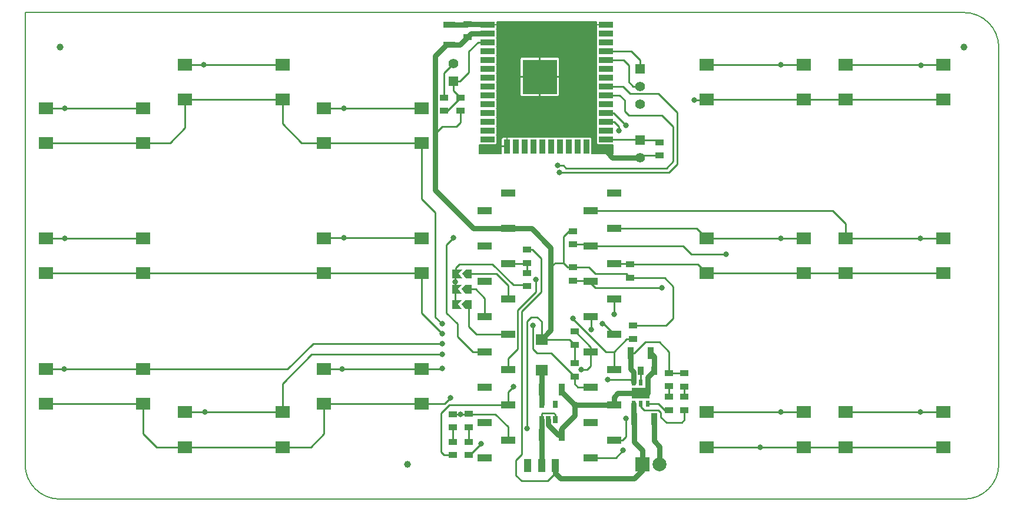
<source format=gtl>
%TF.GenerationSoftware,KiCad,Pcbnew,(5.1.6-0-10_14)*%
%TF.CreationDate,2021-04-08T13:55:21+02:00*%
%TF.ProjectId,gp-controlboard,67702d63-6f6e-4747-926f-6c626f617264,rev?*%
%TF.SameCoordinates,Original*%
%TF.FileFunction,Copper,L1,Top*%
%TF.FilePolarity,Positive*%
%FSLAX46Y46*%
G04 Gerber Fmt 4.6, Leading zero omitted, Abs format (unit mm)*
G04 Created by KiCad (PCBNEW (5.1.6-0-10_14)) date 2021-04-08 13:55:21*
%MOMM*%
%LPD*%
G01*
G04 APERTURE LIST*
%TA.AperFunction,Profile*%
%ADD10C,0.200000*%
%TD*%
%TA.AperFunction,Conductor*%
%ADD11C,1.000000*%
%TD*%
%TA.AperFunction,SMDPad,CuDef*%
%ADD12R,0.900000X1.700000*%
%TD*%
%TA.AperFunction,SMDPad,CuDef*%
%ADD13R,1.300000X0.900000*%
%TD*%
%TA.AperFunction,SMDPad,CuDef*%
%ADD14R,1.700000X0.900000*%
%TD*%
%TA.AperFunction,ComponentPad*%
%ADD15R,2.000000X2.000000*%
%TD*%
%TA.AperFunction,ComponentPad*%
%ADD16C,2.000000*%
%TD*%
%TA.AperFunction,ComponentPad*%
%ADD17C,1.400000*%
%TD*%
%TA.AperFunction,ComponentPad*%
%ADD18R,1.400000X1.400000*%
%TD*%
%TA.AperFunction,SMDPad,CuDef*%
%ADD19R,2.000000X1.000000*%
%TD*%
%TA.AperFunction,SMDPad,CuDef*%
%ADD20R,0.900000X1.300000*%
%TD*%
%TA.AperFunction,SMDPad,CuDef*%
%ADD21R,2.000000X1.800000*%
%TD*%
%TA.AperFunction,SMDPad,CuDef*%
%ADD22R,1.000000X1.900000*%
%TD*%
%TA.AperFunction,SMDPad,CuDef*%
%ADD23R,0.500000X0.900000*%
%TD*%
%TA.AperFunction,SMDPad,CuDef*%
%ADD24R,2.500000X1.600000*%
%TD*%
%TA.AperFunction,SMDPad,CuDef*%
%ADD25R,0.650000X1.060000*%
%TD*%
%TA.AperFunction,SMDPad,CuDef*%
%ADD26R,5.000000X5.000000*%
%TD*%
%TA.AperFunction,SMDPad,CuDef*%
%ADD27R,2.000000X0.900000*%
%TD*%
%TA.AperFunction,SMDPad,CuDef*%
%ADD28R,0.900000X2.000000*%
%TD*%
%TA.AperFunction,SMDPad,CuDef*%
%ADD29R,1.700000X1.600000*%
%TD*%
%TA.AperFunction,SMDPad,CuDef*%
%ADD30C,0.100000*%
%TD*%
%TA.AperFunction,ViaPad*%
%ADD31C,0.800000*%
%TD*%
%TA.AperFunction,ViaPad*%
%ADD32C,1.000000*%
%TD*%
%TA.AperFunction,Conductor*%
%ADD33C,0.250000*%
%TD*%
%TA.AperFunction,Conductor*%
%ADD34C,0.750000*%
%TD*%
%TA.AperFunction,Conductor*%
%ADD35C,0.200000*%
%TD*%
G04 APERTURE END LIST*
D10*
X105000000Y-140000000D02*
G75*
G02*
X100000000Y-135000000I0J5000000D01*
G01*
X240000000Y-135000000D02*
G75*
G02*
X235000000Y-140000000I-5000000J0D01*
G01*
X235000000Y-70000000D02*
G75*
G02*
X240000000Y-75000000I0J-5000000D01*
G01*
X100000000Y-135000000D02*
X100000000Y-70000000D01*
X235000000Y-140000000D02*
X105000000Y-140000000D01*
X240000000Y-75000000D02*
X240000000Y-135000000D01*
X100000000Y-70000000D02*
X235000000Y-70000000D01*
D11*
%TO.N,*%
%TO.C,VAL\u002A\u002A*%
X155000000Y-135000000D03*
%TD*%
%TO.N,*%
%TO.C,VAL\u002A\u002A*%
X235000000Y-75000000D03*
%TD*%
%TO.N,*%
%TO.C,VAL\u002A\u002A*%
X105000000Y-75000000D03*
%TD*%
D12*
%TO.P,C101,1*%
%TO.N,+5V*%
X187050000Y-119000000D03*
%TO.P,C101,2*%
%TO.N,GND*%
X189950000Y-119000000D03*
%TD*%
%TO.P,C102,2*%
%TO.N,GND*%
X190450000Y-128500000D03*
%TO.P,C102,1*%
%TO.N,+VBAT*%
X187550000Y-128500000D03*
%TD*%
%TO.P,C103,2*%
%TO.N,GND*%
X177200000Y-130750000D03*
%TO.P,C103,1*%
%TO.N,Net-(C103-Pad1)*%
X174300000Y-130750000D03*
%TD*%
%TO.P,C104,1*%
%TO.N,Net-(C104-Pad1)*%
X174300000Y-124250000D03*
%TO.P,C104,2*%
%TO.N,GND*%
X177200000Y-124250000D03*
%TD*%
D13*
%TO.P,C105,2*%
%TO.N,/ESP_ENABLE*%
X160200000Y-84150000D03*
%TO.P,C105,1*%
%TO.N,GND*%
X160200000Y-82250000D03*
%TD*%
D14*
%TO.P,C106,1*%
%TO.N,GND*%
X161000000Y-71750000D03*
%TO.P,C106,2*%
%TO.N,+3.3V*%
X161000000Y-74650000D03*
%TD*%
D13*
%TO.P,C107,1*%
%TO.N,+3.3V*%
X163600000Y-73550000D03*
%TO.P,C107,2*%
%TO.N,GND*%
X163600000Y-71650000D03*
%TD*%
%TO.P,C108,1*%
%TO.N,GND*%
X191200000Y-90550000D03*
%TO.P,C108,2*%
%TO.N,/ESP_BOOT*%
X191200000Y-88650000D03*
%TD*%
%TO.P,DL101,2*%
%TO.N,Net-(DL101-Pad2)*%
X161500000Y-131750000D03*
%TO.P,DL101,1*%
%TO.N,+5V*%
X161500000Y-133650000D03*
%TD*%
%TO.P,DL102,1*%
%TO.N,Net-(DL102-Pad1)*%
X194800000Y-125300000D03*
%TO.P,DL102,2*%
%TO.N,Net-(DL102-Pad2)*%
X194800000Y-127200000D03*
%TD*%
%TO.P,DL103,2*%
%TO.N,Net-(DL103-Pad2)*%
X192600000Y-127200000D03*
%TO.P,DL103,1*%
%TO.N,Net-(DL103-Pad1)*%
X192600000Y-125300000D03*
%TD*%
%TO.P,DL104,1*%
%TO.N,+3.3V*%
X163750000Y-133650000D03*
%TO.P,DL104,2*%
%TO.N,Net-(DL104-Pad2)*%
X163750000Y-131750000D03*
%TD*%
D15*
%TO.P,P101,1*%
%TO.N,+VBAT*%
X188750000Y-135000000D03*
D16*
%TO.P,P101,2*%
%TO.N,GND*%
X191250000Y-135000000D03*
%TD*%
D17*
%TO.P,P102,2*%
%TO.N,GND*%
X161600000Y-77330000D03*
D18*
%TO.P,P102,1*%
%TO.N,/ESP_ENABLE*%
X161600000Y-79870000D03*
%TD*%
D19*
%TO.P,P103,16*%
%TO.N,Net-(P103-Pad16)*%
X184660000Y-95950000D03*
%TO.P,P103,14*%
%TO.N,/POWER_C1*%
X184660000Y-101030000D03*
%TO.P,P103,12*%
%TO.N,/POWER_R2*%
X184660000Y-106110000D03*
%TO.P,P103,10*%
%TO.N,/DIRECTION_C3*%
X184660000Y-111190000D03*
%TO.P,P103,2*%
%TO.N,/UART_CMD_RX*%
X184660000Y-131510000D03*
%TO.P,P103,4*%
%TO.N,GND*%
X184660000Y-126430000D03*
%TO.P,P103,6*%
%TO.N,/DIRECTION_R2*%
X184660000Y-121350000D03*
%TO.P,P103,1*%
%TO.N,/UART_CMD_TX*%
X181350000Y-134050000D03*
%TO.P,P103,3*%
%TO.N,Net-(P103-Pad3)*%
X181350000Y-128970000D03*
%TO.P,P103,5*%
%TO.N,/DIRECTION_R1*%
X181350000Y-123890000D03*
%TO.P,P103,7*%
%TO.N,/DIRECTION_R3*%
X181350000Y-118810000D03*
%TO.P,P103,15*%
%TO.N,/POWER_C2*%
X181350000Y-98490000D03*
%TO.P,P103,13*%
%TO.N,/POWER_R3*%
X181350000Y-103570000D03*
%TO.P,P103,11*%
%TO.N,/POWER_R1*%
X181350000Y-108650000D03*
%TO.P,P103,9*%
%TO.N,/DIRECTION_C2*%
X181350000Y-113730000D03*
%TO.P,P103,8*%
%TO.N,/DIRECTION_C1*%
X184660000Y-116270000D03*
%TD*%
%TO.P,P104,8*%
%TO.N,/ADDR_0*%
X169420000Y-116270000D03*
%TO.P,P104,9*%
%TO.N,/ADDR_1*%
X166110000Y-113730000D03*
%TO.P,P104,11*%
%TO.N,Net-(P104-Pad11)*%
X166110000Y-108650000D03*
%TO.P,P104,13*%
%TO.N,Net-(P104-Pad13)*%
X166110000Y-103570000D03*
%TO.P,P104,15*%
%TO.N,Net-(P104-Pad15)*%
X166110000Y-98490000D03*
%TO.P,P104,7*%
%TO.N,/ESP2MCU_02*%
X166110000Y-118810000D03*
%TO.P,P104,5*%
%TO.N,Net-(P104-Pad5)*%
X166110000Y-123890000D03*
%TO.P,P104,3*%
%TO.N,Net-(P104-Pad3)*%
X166110000Y-128970000D03*
%TO.P,P104,1*%
%TO.N,Net-(P104-Pad1)*%
X166110000Y-134050000D03*
%TO.P,P104,6*%
%TO.N,/ESP2MCU_01*%
X169420000Y-121350000D03*
%TO.P,P104,4*%
%TO.N,+5V*%
X169420000Y-126430000D03*
%TO.P,P104,2*%
%TO.N,GND*%
X169420000Y-131510000D03*
%TO.P,P104,10*%
%TO.N,/ADDR_2*%
X169420000Y-111190000D03*
%TO.P,P104,12*%
%TO.N,/ADC_BAT_STATUS*%
X169420000Y-106110000D03*
%TO.P,P104,14*%
%TO.N,+3.3V*%
X169420000Y-101030000D03*
%TO.P,P104,16*%
%TO.N,Net-(P104-Pad16)*%
X169420000Y-95950000D03*
%TD*%
D17*
%TO.P,P105,2*%
%TO.N,/ESP_PROG_RX*%
X188400000Y-80600000D03*
D18*
%TO.P,P105,1*%
%TO.N,/ESP_PROG_TX*%
X188400000Y-78060000D03*
D17*
%TO.P,P105,3*%
%TO.N,GND*%
X188400000Y-83140000D03*
%TD*%
D18*
%TO.P,P106,1*%
%TO.N,/ESP_BOOT*%
X188400000Y-88330000D03*
D17*
%TO.P,P106,2*%
%TO.N,GND*%
X188400000Y-90870000D03*
%TD*%
D13*
%TO.P,R101,1*%
%TO.N,GND*%
X161500000Y-127800000D03*
%TO.P,R101,2*%
%TO.N,Net-(DL101-Pad2)*%
X161500000Y-129700000D03*
%TD*%
%TO.P,R102,1*%
%TO.N,+5V*%
X194800000Y-121900000D03*
%TO.P,R102,2*%
%TO.N,Net-(DL102-Pad1)*%
X194800000Y-123800000D03*
%TD*%
%TO.P,R103,2*%
%TO.N,Net-(DL103-Pad1)*%
X192600000Y-123750000D03*
%TO.P,R103,1*%
%TO.N,+5V*%
X192600000Y-121850000D03*
%TD*%
D20*
%TO.P,R104,1*%
%TO.N,Net-(R104-Pad1)*%
X188550000Y-121500000D03*
%TO.P,R104,2*%
%TO.N,GND*%
X190450000Y-121500000D03*
%TD*%
D13*
%TO.P,R105,2*%
%TO.N,Net-(DL104-Pad2)*%
X163750000Y-129650000D03*
%TO.P,R105,1*%
%TO.N,GND*%
X163750000Y-127750000D03*
%TD*%
%TO.P,R106,2*%
%TO.N,/ESP_ENABLE*%
X162600000Y-82250000D03*
%TO.P,R106,1*%
%TO.N,+3.3V*%
X162600000Y-84150000D03*
%TD*%
%TO.P,R107,1*%
%TO.N,/ADC_BAT_STATUS*%
X172200000Y-106000000D03*
%TO.P,R107,2*%
%TO.N,+VBAT*%
X172200000Y-104100000D03*
%TD*%
%TO.P,R108,2*%
%TO.N,/ADC_BAT_STATUS*%
X172200000Y-107450000D03*
%TO.P,R108,1*%
%TO.N,GND*%
X172200000Y-109350000D03*
%TD*%
D21*
%TO.P,SW101,1*%
%TO.N,/DIRECTION_C1*%
X103000000Y-83750000D03*
%TO.P,SW101,3*%
%TO.N,/DIRECTION_R1*%
X103000000Y-88750000D03*
%TO.P,SW101,2*%
%TO.N,/DIRECTION_C1*%
X117000000Y-83750000D03*
%TO.P,SW101,4*%
%TO.N,/DIRECTION_R1*%
X117000000Y-88750000D03*
%TD*%
%TO.P,SW102,4*%
%TO.N,/DIRECTION_R2*%
X117000000Y-107500000D03*
%TO.P,SW102,2*%
%TO.N,/DIRECTION_C1*%
X117000000Y-102500000D03*
%TO.P,SW102,3*%
%TO.N,/DIRECTION_R2*%
X103000000Y-107500000D03*
%TO.P,SW102,1*%
%TO.N,/DIRECTION_C1*%
X103000000Y-102500000D03*
%TD*%
%TO.P,SW103,1*%
%TO.N,/DIRECTION_C1*%
X103000000Y-121250000D03*
%TO.P,SW103,3*%
%TO.N,/DIRECTION_R3*%
X103000000Y-126250000D03*
%TO.P,SW103,2*%
%TO.N,/DIRECTION_C1*%
X117000000Y-121250000D03*
%TO.P,SW103,4*%
%TO.N,/DIRECTION_R3*%
X117000000Y-126250000D03*
%TD*%
%TO.P,SW104,4*%
%TO.N,/DIRECTION_R1*%
X137000000Y-82500000D03*
%TO.P,SW104,2*%
%TO.N,/DIRECTION_C2*%
X137000000Y-77500000D03*
%TO.P,SW104,3*%
%TO.N,/DIRECTION_R1*%
X123000000Y-82500000D03*
%TO.P,SW104,1*%
%TO.N,/DIRECTION_C2*%
X123000000Y-77500000D03*
%TD*%
%TO.P,SW105,1*%
%TO.N,/DIRECTION_C2*%
X123000000Y-127500000D03*
%TO.P,SW105,3*%
%TO.N,/DIRECTION_R3*%
X123000000Y-132500000D03*
%TO.P,SW105,2*%
%TO.N,/DIRECTION_C2*%
X137000000Y-127500000D03*
%TO.P,SW105,4*%
%TO.N,/DIRECTION_R3*%
X137000000Y-132500000D03*
%TD*%
%TO.P,SW106,4*%
%TO.N,/DIRECTION_R1*%
X157000000Y-88750000D03*
%TO.P,SW106,2*%
%TO.N,/DIRECTION_C3*%
X157000000Y-83750000D03*
%TO.P,SW106,3*%
%TO.N,/DIRECTION_R1*%
X143000000Y-88750000D03*
%TO.P,SW106,1*%
%TO.N,/DIRECTION_C3*%
X143000000Y-83750000D03*
%TD*%
%TO.P,SW107,1*%
%TO.N,/DIRECTION_C3*%
X143000000Y-102500000D03*
%TO.P,SW107,3*%
%TO.N,/DIRECTION_R2*%
X143000000Y-107500000D03*
%TO.P,SW107,2*%
%TO.N,/DIRECTION_C3*%
X157000000Y-102500000D03*
%TO.P,SW107,4*%
%TO.N,/DIRECTION_R2*%
X157000000Y-107500000D03*
%TD*%
%TO.P,SW108,4*%
%TO.N,/DIRECTION_R3*%
X157000000Y-126250000D03*
%TO.P,SW108,2*%
%TO.N,/DIRECTION_C3*%
X157000000Y-121250000D03*
%TO.P,SW108,3*%
%TO.N,/DIRECTION_R3*%
X143000000Y-126250000D03*
%TO.P,SW108,1*%
%TO.N,/DIRECTION_C3*%
X143000000Y-121250000D03*
%TD*%
%TO.P,SW109,1*%
%TO.N,/POWER_C1*%
X198000000Y-77500000D03*
%TO.P,SW109,3*%
%TO.N,/POWER_R1*%
X198000000Y-82500000D03*
%TO.P,SW109,2*%
%TO.N,/POWER_C1*%
X212000000Y-77500000D03*
%TO.P,SW109,4*%
%TO.N,/POWER_R1*%
X212000000Y-82500000D03*
%TD*%
%TO.P,SW110,4*%
%TO.N,/POWER_R2*%
X212000000Y-107500000D03*
%TO.P,SW110,2*%
%TO.N,/POWER_C1*%
X212000000Y-102500000D03*
%TO.P,SW110,3*%
%TO.N,/POWER_R2*%
X198000000Y-107500000D03*
%TO.P,SW110,1*%
%TO.N,/POWER_C1*%
X198000000Y-102500000D03*
%TD*%
%TO.P,SW111,4*%
%TO.N,/POWER_R3*%
X212000000Y-132500000D03*
%TO.P,SW111,2*%
%TO.N,/POWER_C1*%
X212000000Y-127500000D03*
%TO.P,SW111,3*%
%TO.N,/POWER_R3*%
X198000000Y-132500000D03*
%TO.P,SW111,1*%
%TO.N,/POWER_C1*%
X198000000Y-127500000D03*
%TD*%
D22*
%TO.P,SW112,3*%
%TO.N,+VBAT*%
X176250000Y-135200000D03*
%TO.P,SW112,2*%
%TO.N,Net-(C103-Pad1)*%
X174250000Y-135200000D03*
%TO.P,SW112,1*%
%TO.N,Net-(SW112-Pad1)*%
X172250000Y-135200000D03*
%TD*%
D21*
%TO.P,SW113,1*%
%TO.N,/POWER_C2*%
X218000000Y-77500000D03*
%TO.P,SW113,3*%
%TO.N,/POWER_R1*%
X218000000Y-82500000D03*
%TO.P,SW113,2*%
%TO.N,/POWER_C2*%
X232000000Y-77500000D03*
%TO.P,SW113,4*%
%TO.N,/POWER_R1*%
X232000000Y-82500000D03*
%TD*%
%TO.P,SW114,4*%
%TO.N,/POWER_R2*%
X232000000Y-107500000D03*
%TO.P,SW114,2*%
%TO.N,/POWER_C2*%
X232000000Y-102500000D03*
%TO.P,SW114,3*%
%TO.N,/POWER_R2*%
X218000000Y-107500000D03*
%TO.P,SW114,1*%
%TO.N,/POWER_C2*%
X218000000Y-102500000D03*
%TD*%
%TO.P,SW115,1*%
%TO.N,/POWER_C2*%
X218000000Y-127500000D03*
%TO.P,SW115,3*%
%TO.N,/POWER_R3*%
X218000000Y-132500000D03*
%TO.P,SW115,2*%
%TO.N,/POWER_C2*%
X232000000Y-127500000D03*
%TO.P,SW115,4*%
%TO.N,/POWER_R3*%
X232000000Y-132500000D03*
%TD*%
D23*
%TO.P,U101,1*%
%TO.N,+VBAT*%
X187500000Y-126250000D03*
%TO.P,U101,2*%
%TO.N,Net-(DL102-Pad2)*%
X188500000Y-126250000D03*
%TO.P,U101,3*%
%TO.N,Net-(DL103-Pad2)*%
X189500000Y-126250000D03*
%TO.P,U101,4*%
%TO.N,GND*%
X189500000Y-123250000D03*
%TO.P,U101,5*%
%TO.N,Net-(R104-Pad1)*%
X188500000Y-123250000D03*
%TO.P,U101,6*%
%TO.N,+5V*%
X187500000Y-123250000D03*
D24*
%TO.P,U101,7*%
%TO.N,GND*%
X188500000Y-124750000D03*
%TD*%
D25*
%TO.P,U102,1*%
%TO.N,Net-(C103-Pad1)*%
X174300000Y-128600000D03*
%TO.P,U102,2*%
%TO.N,GND*%
X175250000Y-128600000D03*
%TO.P,U102,3*%
%TO.N,Net-(C103-Pad1)*%
X176200000Y-128600000D03*
%TO.P,U102,4*%
%TO.N,Net-(U102-Pad4)*%
X176200000Y-126400000D03*
%TO.P,U102,5*%
%TO.N,Net-(C104-Pad1)*%
X174300000Y-126400000D03*
%TD*%
D26*
%TO.P,U103,39*%
%TO.N,GND*%
X174000000Y-79245000D03*
D27*
%TO.P,U103,1*%
X166500000Y-71745000D03*
%TO.P,U103,2*%
%TO.N,+3.3V*%
X166500000Y-73015000D03*
%TO.P,U103,3*%
%TO.N,/ESP_ENABLE*%
X166500000Y-74285000D03*
%TO.P,U103,4*%
%TO.N,Net-(U103-Pad4)*%
X166500000Y-75555000D03*
%TO.P,U103,5*%
%TO.N,Net-(U103-Pad5)*%
X166500000Y-76825000D03*
%TO.P,U103,6*%
%TO.N,Net-(U103-Pad6)*%
X166500000Y-78095000D03*
%TO.P,U103,7*%
%TO.N,Net-(U103-Pad7)*%
X166500000Y-79365000D03*
%TO.P,U103,8*%
%TO.N,Net-(U103-Pad8)*%
X166500000Y-80635000D03*
%TO.P,U103,9*%
%TO.N,Net-(U103-Pad9)*%
X166500000Y-81905000D03*
%TO.P,U103,10*%
%TO.N,Net-(U103-Pad10)*%
X166500000Y-83175000D03*
%TO.P,U103,11*%
%TO.N,Net-(U103-Pad11)*%
X166500000Y-84445000D03*
%TO.P,U103,12*%
%TO.N,Net-(U103-Pad12)*%
X166500000Y-85715000D03*
%TO.P,U103,13*%
%TO.N,Net-(U103-Pad13)*%
X166500000Y-86985000D03*
%TO.P,U103,14*%
%TO.N,Net-(U103-Pad14)*%
X166500000Y-88255000D03*
D28*
%TO.P,U103,15*%
%TO.N,GND*%
X169285000Y-89255000D03*
%TO.P,U103,16*%
%TO.N,Net-(U103-Pad16)*%
X170555000Y-89255000D03*
%TO.P,U103,17*%
%TO.N,Net-(U103-Pad17)*%
X171825000Y-89255000D03*
%TO.P,U103,18*%
%TO.N,Net-(U103-Pad18)*%
X173095000Y-89255000D03*
%TO.P,U103,19*%
%TO.N,Net-(U103-Pad19)*%
X174365000Y-89255000D03*
%TO.P,U103,20*%
%TO.N,Net-(U103-Pad20)*%
X175635000Y-89255000D03*
%TO.P,U103,21*%
%TO.N,Net-(U103-Pad21)*%
X176905000Y-89255000D03*
%TO.P,U103,22*%
%TO.N,Net-(U103-Pad22)*%
X178175000Y-89255000D03*
%TO.P,U103,23*%
%TO.N,Net-(U103-Pad23)*%
X179445000Y-89255000D03*
%TO.P,U103,24*%
%TO.N,Net-(U103-Pad24)*%
X180715000Y-89255000D03*
D27*
%TO.P,U103,25*%
%TO.N,/ESP_BOOT*%
X183500000Y-88255000D03*
%TO.P,U103,26*%
%TO.N,Net-(U103-Pad26)*%
X183500000Y-86985000D03*
%TO.P,U103,27*%
%TO.N,/UART_CMD_TX*%
X183500000Y-85715000D03*
%TO.P,U103,28*%
%TO.N,/UART_CMD_RX*%
X183500000Y-84445000D03*
%TO.P,U103,29*%
%TO.N,Net-(U103-Pad29)*%
X183500000Y-83175000D03*
%TO.P,U103,30*%
%TO.N,/ESP2MCU_02*%
X183500000Y-81905000D03*
%TO.P,U103,31*%
%TO.N,/ESP2MCU_01*%
X183500000Y-80635000D03*
%TO.P,U103,32*%
%TO.N,Net-(U103-Pad32)*%
X183500000Y-79365000D03*
%TO.P,U103,33*%
%TO.N,Net-(U103-Pad33)*%
X183500000Y-78095000D03*
%TO.P,U103,34*%
%TO.N,/ESP_PROG_RX*%
X183500000Y-76825000D03*
%TO.P,U103,35*%
%TO.N,/ESP_PROG_TX*%
X183500000Y-75555000D03*
%TO.P,U103,36*%
%TO.N,Net-(U103-Pad36)*%
X183500000Y-74285000D03*
%TO.P,U103,37*%
%TO.N,Net-(U103-Pad37)*%
X183500000Y-73015000D03*
%TO.P,U103,38*%
%TO.N,GND*%
X183500000Y-71745000D03*
%TD*%
D29*
%TO.P,D101,2*%
%TO.N,Net-(C104-Pad1)*%
X174250000Y-121450000D03*
%TO.P,D101,1*%
%TO.N,+3.3V*%
X174250000Y-117050000D03*
%TD*%
D13*
%TO.P,R109,2*%
%TO.N,/DIRECTION_R1*%
X179000000Y-122350000D03*
%TO.P,R109,1*%
%TO.N,+3.3V*%
X179000000Y-120450000D03*
%TD*%
%TO.P,R110,1*%
%TO.N,+3.3V*%
X187400000Y-115050000D03*
%TO.P,R110,2*%
%TO.N,/DIRECTION_R2*%
X187400000Y-116950000D03*
%TD*%
%TO.P,R111,2*%
%TO.N,/DIRECTION_R3*%
X179000000Y-115900000D03*
%TO.P,R111,1*%
%TO.N,+3.3V*%
X179000000Y-117800000D03*
%TD*%
%TO.P,R112,1*%
%TO.N,+3.3V*%
X178800000Y-106650000D03*
%TO.P,R112,2*%
%TO.N,/POWER_R1*%
X178800000Y-108550000D03*
%TD*%
%TO.P,R113,2*%
%TO.N,/POWER_R2*%
X187000000Y-106250000D03*
%TO.P,R113,1*%
%TO.N,+3.3V*%
X187000000Y-108150000D03*
%TD*%
%TO.P,R114,1*%
%TO.N,+3.3V*%
X178800000Y-101450000D03*
%TO.P,R114,2*%
%TO.N,/POWER_R3*%
X178800000Y-103350000D03*
%TD*%
%TA.AperFunction,SMDPad,CuDef*%
D30*
%TO.P,J101,1*%
%TO.N,GND*%
G36*
X162300000Y-112000000D02*
G01*
X162800000Y-112650000D01*
X161400000Y-112650000D01*
X161400000Y-111350000D01*
X162800000Y-111350000D01*
X162300000Y-112000000D01*
G37*
%TD.AperFunction*%
%TA.AperFunction,SMDPad,CuDef*%
%TO.P,J101,2*%
%TO.N,/ADDR_0*%
G36*
X164200000Y-112650000D02*
G01*
X163300000Y-112650000D01*
X162800000Y-112000000D01*
X163300000Y-111350000D01*
X164200000Y-111350000D01*
X164200000Y-112650000D01*
G37*
%TD.AperFunction*%
%TD*%
%TA.AperFunction,SMDPad,CuDef*%
%TO.P,J102,2*%
%TO.N,/ADDR_1*%
G36*
X164200000Y-110450000D02*
G01*
X163300000Y-110450000D01*
X162800000Y-109800000D01*
X163300000Y-109150000D01*
X164200000Y-109150000D01*
X164200000Y-110450000D01*
G37*
%TD.AperFunction*%
%TA.AperFunction,SMDPad,CuDef*%
%TO.P,J102,1*%
%TO.N,GND*%
G36*
X162300000Y-109800000D02*
G01*
X162800000Y-110450000D01*
X161400000Y-110450000D01*
X161400000Y-109150000D01*
X162800000Y-109150000D01*
X162300000Y-109800000D01*
G37*
%TD.AperFunction*%
%TD*%
%TA.AperFunction,SMDPad,CuDef*%
%TO.P,J103,1*%
%TO.N,GND*%
G36*
X162350000Y-107600000D02*
G01*
X162850000Y-108250000D01*
X161450000Y-108250000D01*
X161450000Y-106950000D01*
X162850000Y-106950000D01*
X162350000Y-107600000D01*
G37*
%TD.AperFunction*%
%TA.AperFunction,SMDPad,CuDef*%
%TO.P,J103,2*%
%TO.N,/ADDR_2*%
G36*
X164250000Y-108250000D02*
G01*
X163350000Y-108250000D01*
X162850000Y-107600000D01*
X163350000Y-106950000D01*
X164250000Y-106950000D01*
X164250000Y-108250000D01*
G37*
%TD.AperFunction*%
%TD*%
D31*
%TO.N,+5V*%
X170200000Y-123800000D03*
X183800000Y-122800000D03*
%TO.N,GND*%
X189500000Y-124750000D03*
X162600000Y-127800000D03*
X161850000Y-108750000D03*
X169000000Y-72000000D03*
X171000000Y-72000000D03*
X173000000Y-72000000D03*
X175000000Y-72000000D03*
X177000000Y-72000000D03*
X179000000Y-72000000D03*
X181000000Y-72000000D03*
X187750000Y-124750000D03*
D32*
X179070000Y-126430000D03*
D31*
X174000000Y-76050000D03*
X177200000Y-79250000D03*
X174000000Y-82550000D03*
X170800000Y-79250000D03*
X170800000Y-76100000D03*
X177150000Y-76100000D03*
X177200000Y-82550000D03*
X170800000Y-82550000D03*
%TO.N,+3.3V*%
X172200000Y-129800000D03*
X165600000Y-132000000D03*
%TO.N,/DIRECTION_C1*%
X105750000Y-83750000D03*
X105700000Y-102500000D03*
X105650000Y-121250000D03*
X160000000Y-117600000D03*
X183000000Y-114800000D03*
%TO.N,/DIRECTION_R1*%
X160000000Y-114800000D03*
X173000000Y-115000000D03*
%TO.N,/DIRECTION_R2*%
X160000000Y-116200000D03*
X178800000Y-114000000D03*
%TO.N,/DIRECTION_R3*%
X161200000Y-125400000D03*
X179981664Y-121399999D03*
%TO.N,/DIRECTION_C2*%
X125900000Y-127500000D03*
X125700000Y-77500000D03*
X160000000Y-119200000D03*
X181400000Y-115600000D03*
%TO.N,/DIRECTION_C3*%
X145800000Y-83800000D03*
X145800000Y-102400000D03*
X145550000Y-121250000D03*
X160000000Y-121200000D03*
X184675000Y-113400000D03*
%TO.N,/POWER_C1*%
X208700000Y-77500000D03*
X208700000Y-102500000D03*
X208700000Y-127500000D03*
%TO.N,/POWER_R1*%
X196200000Y-82600000D03*
X191600000Y-109600000D03*
%TO.N,/POWER_R3*%
X205700000Y-132500000D03*
X200800000Y-104800000D03*
%TO.N,/POWER_C2*%
X228800000Y-77600000D03*
X228700000Y-102500000D03*
X228700000Y-127500000D03*
%TO.N,/UART_CMD_TX*%
X186000000Y-133000000D03*
X185400000Y-87000000D03*
%TO.N,/UART_CMD_RX*%
X186400000Y-86200000D03*
X186400000Y-128400000D03*
%TO.N,/ESP2MCU_02*%
X161600000Y-102400000D03*
X176600000Y-92000000D03*
%TO.N,/ESP2MCU_01*%
X173400000Y-108400000D03*
X176800000Y-93000000D03*
%TD*%
D33*
%TO.N,+5V*%
X194750000Y-121850000D02*
X194800000Y-121900000D01*
X192600000Y-121850000D02*
X194750000Y-121850000D01*
D34*
X187500000Y-121700000D02*
X187050000Y-121250000D01*
X187500000Y-123250000D02*
X187500000Y-121700000D01*
X187050000Y-119000000D02*
X187050000Y-121250000D01*
D33*
X187050000Y-119000000D02*
X187600000Y-119000000D01*
X187600000Y-119000000D02*
X189200000Y-117400000D01*
X189200000Y-117400000D02*
X191200000Y-117400000D01*
X192600000Y-118800000D02*
X192600000Y-121850000D01*
X191200000Y-117400000D02*
X192600000Y-118800000D01*
X160250000Y-133650000D02*
X161500000Y-133650000D01*
X159800000Y-133200000D02*
X160250000Y-133650000D01*
X160970000Y-126430000D02*
X159800000Y-127600000D01*
X164770000Y-126430000D02*
X160970000Y-126430000D01*
X159800000Y-127600000D02*
X159800000Y-133200000D01*
X169420000Y-126430000D02*
X164770000Y-126430000D01*
X164770000Y-126430000D02*
X164170000Y-126430000D01*
X169420000Y-124580000D02*
X170200000Y-123800000D01*
X169420000Y-126430000D02*
X169420000Y-124580000D01*
X187050000Y-122800000D02*
X187500000Y-123250000D01*
X183800000Y-122800000D02*
X187050000Y-122800000D01*
D34*
%TO.N,GND*%
X190450000Y-128500000D02*
X190450000Y-131650000D01*
X191250000Y-132450000D02*
X191250000Y-135000000D01*
X190450000Y-131650000D02*
X191250000Y-132450000D01*
X189500000Y-122450000D02*
X190450000Y-121500000D01*
X189500000Y-123250000D02*
X189500000Y-122450000D01*
X190450000Y-119500000D02*
X189950000Y-119000000D01*
X190450000Y-121500000D02*
X190450000Y-119500000D01*
X176635002Y-130750000D02*
X177200000Y-130750000D01*
X175250000Y-129364998D02*
X176635002Y-130750000D01*
X175250000Y-128600000D02*
X175250000Y-129364998D01*
X177200000Y-124250000D02*
X177200000Y-124600000D01*
X177200000Y-124600000D02*
X178200000Y-125600000D01*
X177200000Y-129800000D02*
X177200000Y-130750000D01*
X178200000Y-128800000D02*
X177200000Y-129800000D01*
X188500000Y-124750000D02*
X187750000Y-124750000D01*
X184660000Y-125340000D02*
X184660000Y-126430000D01*
X185250000Y-124750000D02*
X184660000Y-125340000D01*
X163500000Y-71750000D02*
X163600000Y-71650000D01*
X161000000Y-71750000D02*
X163500000Y-71750000D01*
X166405000Y-71650000D02*
X166500000Y-71745000D01*
X163600000Y-71650000D02*
X166405000Y-71650000D01*
D33*
X188720000Y-90550000D02*
X188400000Y-90870000D01*
X191200000Y-90550000D02*
X188720000Y-90550000D01*
X160200000Y-78730000D02*
X161600000Y-77330000D01*
X160200000Y-82250000D02*
X160200000Y-78730000D01*
D34*
X188400000Y-90870000D02*
X184470000Y-90870000D01*
X184470000Y-90870000D02*
X183400000Y-89800000D01*
D33*
X163700000Y-127800000D02*
X163750000Y-127750000D01*
X161500000Y-127800000D02*
X162600000Y-127800000D01*
X163750000Y-127750000D02*
X163850000Y-127750000D01*
X164400000Y-127800000D02*
X167600000Y-127800000D01*
X169420000Y-129620000D02*
X169420000Y-131510000D01*
X167600000Y-127800000D02*
X169420000Y-129620000D01*
D34*
X184660000Y-126430000D02*
X180570000Y-126430000D01*
D33*
X161850000Y-112000000D02*
X161850000Y-109800000D01*
X161850000Y-107650000D02*
X161900000Y-107600000D01*
X161850000Y-109800000D02*
X161850000Y-108750000D01*
X170200000Y-109200000D02*
X172050000Y-109200000D01*
X162400000Y-106200000D02*
X167200000Y-106200000D01*
X161900000Y-106700000D02*
X162400000Y-106200000D01*
X172050000Y-109200000D02*
X172200000Y-109350000D01*
X167200000Y-106200000D02*
X170200000Y-109200000D01*
X161900000Y-107600000D02*
X161900000Y-106700000D01*
D34*
X179030000Y-126430000D02*
X179070000Y-126430000D01*
X177200000Y-124600000D02*
X179030000Y-126430000D01*
X179030000Y-127970000D02*
X177200000Y-129800000D01*
X179030000Y-126430000D02*
X179030000Y-127970000D01*
D33*
X162600000Y-127800000D02*
X163700000Y-127800000D01*
X161850000Y-108750000D02*
X161850000Y-107650000D01*
D34*
X187750000Y-124750000D02*
X185250000Y-124750000D01*
X189500000Y-123250000D02*
X189500000Y-124750000D01*
X179070000Y-126430000D02*
X184660000Y-126430000D01*
%TO.N,+VBAT*%
X176250000Y-135200000D02*
X176250000Y-136250000D01*
X176250000Y-136250000D02*
X177000000Y-137000000D01*
X188750000Y-135854998D02*
X188750000Y-135000000D01*
X187604999Y-136999999D02*
X188750000Y-135854998D01*
X177000000Y-137000000D02*
X187604999Y-136999999D01*
X188750000Y-132950000D02*
X188750000Y-135000000D01*
X187550000Y-131750000D02*
X188750000Y-132950000D01*
X187550000Y-128500000D02*
X187550000Y-131750000D01*
X187500000Y-128450000D02*
X187550000Y-128500000D01*
X187500000Y-126250000D02*
X187500000Y-128450000D01*
D33*
X175100000Y-137400000D02*
X176250000Y-136250000D01*
X170600000Y-134400000D02*
X170600000Y-136600000D01*
X171400000Y-113000000D02*
X171400000Y-133600000D01*
X171400000Y-133600000D02*
X170600000Y-134400000D01*
X174200000Y-105400000D02*
X174200000Y-110200000D01*
X170600000Y-136600000D02*
X171400000Y-137400000D01*
X174200000Y-110200000D02*
X171400000Y-113000000D01*
X171400000Y-137400000D02*
X175100000Y-137400000D01*
X172900000Y-104100000D02*
X174200000Y-105400000D01*
X172200000Y-104100000D02*
X172900000Y-104100000D01*
D34*
%TO.N,Net-(C103-Pad1)*%
X174300000Y-128600000D02*
X174300000Y-130750000D01*
X174300000Y-135150000D02*
X174250000Y-135200000D01*
X174300000Y-130750000D02*
X174300000Y-135150000D01*
D33*
X175980000Y-127600000D02*
X176200000Y-127820000D01*
X176200000Y-127820000D02*
X176200000Y-128600000D01*
X175980000Y-127600000D02*
X174400000Y-127600000D01*
X174300000Y-127700000D02*
X174300000Y-128600000D01*
X174400000Y-127600000D02*
X174300000Y-127700000D01*
D34*
%TO.N,Net-(C104-Pad1)*%
X174300000Y-124250000D02*
X174300000Y-126400000D01*
X174250000Y-124200000D02*
X174300000Y-124250000D01*
X174250000Y-121450000D02*
X174250000Y-124200000D01*
D33*
%TO.N,/ESP_ENABLE*%
X160700000Y-84150000D02*
X162600000Y-82250000D01*
X160200000Y-84150000D02*
X160700000Y-84150000D01*
X161600000Y-81250000D02*
X162600000Y-82250000D01*
X161600000Y-79870000D02*
X161600000Y-81250000D01*
X161600000Y-79870000D02*
X162530000Y-79870000D01*
X162530000Y-79870000D02*
X163800000Y-78600000D01*
X163800000Y-78600000D02*
X163800000Y-75600000D01*
X165115000Y-74285000D02*
X166500000Y-74285000D01*
X163800000Y-75600000D02*
X165115000Y-74285000D01*
%TO.N,+3.3V*%
X178250000Y-117050000D02*
X179000000Y-117800000D01*
X174250000Y-117050000D02*
X178250000Y-117050000D01*
X179000000Y-117800000D02*
X179000000Y-120450000D01*
D34*
X169420000Y-101030000D02*
X172830000Y-101030000D01*
X172830000Y-101030000D02*
X175600000Y-103800000D01*
X175600000Y-115700000D02*
X174250000Y-117050000D01*
X164135000Y-73015000D02*
X163600000Y-73550000D01*
X166500000Y-73015000D02*
X164135000Y-73015000D01*
X162500000Y-74650000D02*
X163600000Y-73550000D01*
X161000000Y-74650000D02*
X162500000Y-74650000D01*
X161000000Y-74650000D02*
X160550000Y-74650000D01*
X160550000Y-74650000D02*
X158974999Y-76225001D01*
X164430000Y-101030000D02*
X169420000Y-101030000D01*
X158974999Y-95574999D02*
X164430000Y-101030000D01*
D33*
X178150000Y-101450000D02*
X178800000Y-101450000D01*
X177400000Y-102200000D02*
X178150000Y-101450000D01*
X177400000Y-102200000D02*
X177400000Y-106000000D01*
X178050000Y-106650000D02*
X178800000Y-106650000D01*
X177400000Y-106000000D02*
X178050000Y-106650000D01*
X178800000Y-106650000D02*
X181050000Y-106650000D01*
X181050000Y-106650000D02*
X182000000Y-107600000D01*
X186450000Y-107600000D02*
X187000000Y-108150000D01*
X182000000Y-107600000D02*
X186450000Y-107600000D01*
X162600000Y-84150000D02*
X162600000Y-85800000D01*
X162600000Y-85800000D02*
X162000000Y-86400000D01*
X159949998Y-86400000D02*
X158974999Y-87374999D01*
X162000000Y-86400000D02*
X159949998Y-86400000D01*
D34*
X158974999Y-87374999D02*
X158974999Y-95574999D01*
X158974999Y-76225001D02*
X158974999Y-87374999D01*
D33*
X177400000Y-106000000D02*
X176200000Y-106000000D01*
X176200000Y-106000000D02*
X175600000Y-106600000D01*
D34*
X175600000Y-106600000D02*
X175600000Y-115700000D01*
X175600000Y-103800000D02*
X175600000Y-106600000D01*
D33*
X193200000Y-109400000D02*
X191950000Y-108150000D01*
X193200000Y-114000000D02*
X193200000Y-109400000D01*
X192150000Y-115050000D02*
X193200000Y-114000000D01*
X191950000Y-108150000D02*
X187000000Y-108150000D01*
X187400000Y-115050000D02*
X192150000Y-115050000D01*
X163950000Y-133650000D02*
X163750000Y-133650000D01*
X165600000Y-132000000D02*
X163950000Y-133650000D01*
X172200000Y-122600000D02*
X172200000Y-129800000D01*
X172800000Y-113800000D02*
X172200000Y-114400000D01*
X173600000Y-113800000D02*
X172800000Y-113800000D01*
X174250000Y-114450000D02*
X173600000Y-113800000D01*
X172200000Y-114400000D02*
X172200000Y-122600000D01*
X174250000Y-117050000D02*
X174250000Y-114450000D01*
%TO.N,/ESP_BOOT*%
X188325000Y-88255000D02*
X188400000Y-88330000D01*
X183500000Y-88255000D02*
X188325000Y-88255000D01*
X190880000Y-88330000D02*
X191200000Y-88650000D01*
X188400000Y-88330000D02*
X190880000Y-88330000D01*
%TO.N,Net-(DL101-Pad2)*%
X161500000Y-131750000D02*
X161500000Y-129700000D01*
%TO.N,Net-(DL102-Pad1)*%
X194800000Y-123800000D02*
X194800000Y-125300000D01*
%TO.N,Net-(DL102-Pad2)*%
X188500000Y-126250000D02*
X188500000Y-126700000D01*
X188500000Y-126700000D02*
X189000000Y-127200000D01*
X191035002Y-127200000D02*
X191400000Y-127564998D01*
X189000000Y-127200000D02*
X191035002Y-127200000D01*
X191400000Y-127564998D02*
X191400000Y-128200000D01*
X191400000Y-128200000D02*
X192200000Y-129000000D01*
X192200000Y-129000000D02*
X194400000Y-129000000D01*
X194800000Y-128600000D02*
X194800000Y-127200000D01*
X194400000Y-129000000D02*
X194800000Y-128600000D01*
%TO.N,Net-(DL103-Pad2)*%
X189500000Y-126250000D02*
X191050000Y-126250000D01*
X192000000Y-127200000D02*
X192600000Y-127200000D01*
X191050000Y-126250000D02*
X192000000Y-127200000D01*
%TO.N,Net-(DL103-Pad1)*%
X192600000Y-123750000D02*
X192600000Y-125300000D01*
%TO.N,Net-(DL104-Pad2)*%
X163750000Y-131750000D02*
X163750000Y-129650000D01*
%TO.N,/ADC_BAT_STATUS*%
X172090000Y-106110000D02*
X172200000Y-106000000D01*
X169420000Y-106110000D02*
X172090000Y-106110000D01*
X172200000Y-106000000D02*
X172200000Y-107450000D01*
%TO.N,/ESP_PROG_RX*%
X183500000Y-76825000D02*
X186025000Y-76825000D01*
X186025000Y-76825000D02*
X186800000Y-77600000D01*
X186800000Y-77600000D02*
X186800000Y-80000000D01*
X187400000Y-80600000D02*
X188400000Y-80600000D01*
X186800000Y-80000000D02*
X187400000Y-80600000D01*
%TO.N,/ESP_PROG_TX*%
X183500000Y-75555000D02*
X187155000Y-75555000D01*
X188400000Y-76800000D02*
X188400000Y-78060000D01*
X187155000Y-75555000D02*
X188400000Y-76800000D01*
%TO.N,Net-(R104-Pad1)*%
X188550000Y-123200000D02*
X188500000Y-123250000D01*
X188550000Y-121500000D02*
X188550000Y-123200000D01*
%TO.N,/DIRECTION_C1*%
X103000000Y-83750000D02*
X105150000Y-83750000D01*
X105150000Y-83750000D02*
X117000000Y-83750000D01*
X103000000Y-83750000D02*
X104750000Y-83750000D01*
X104300000Y-102500000D02*
X117000000Y-102500000D01*
X104700000Y-102500000D02*
X104300000Y-102500000D01*
X103000000Y-102500000D02*
X104300000Y-102500000D01*
X104550000Y-121250000D02*
X117000000Y-121250000D01*
X103000000Y-121250000D02*
X104550000Y-121250000D01*
X117000000Y-121250000D02*
X137750000Y-121250000D01*
X141400000Y-117600000D02*
X160000000Y-117600000D01*
X137750000Y-121250000D02*
X141400000Y-117600000D01*
X183190000Y-114800000D02*
X184660000Y-116270000D01*
X183000000Y-114800000D02*
X183190000Y-114800000D01*
%TO.N,/DIRECTION_R1*%
X103000000Y-88750000D02*
X117000000Y-88750000D01*
X117000000Y-88750000D02*
X120850000Y-88750000D01*
X123000000Y-86600000D02*
X123000000Y-82500000D01*
X120850000Y-88750000D02*
X123000000Y-86600000D01*
X123000000Y-82500000D02*
X137000000Y-82500000D01*
X137000000Y-82500000D02*
X137000000Y-86000000D01*
X139750000Y-88750000D02*
X143000000Y-88750000D01*
X137000000Y-86000000D02*
X139750000Y-88750000D01*
X143000000Y-88750000D02*
X157000000Y-88750000D01*
X179000000Y-122350000D02*
X179000000Y-123400000D01*
X179490000Y-123890000D02*
X181350000Y-123890000D01*
X179000000Y-123400000D02*
X179490000Y-123890000D01*
X160000000Y-114800000D02*
X159000000Y-113800000D01*
X159000000Y-113800000D02*
X159000000Y-98800000D01*
X157000000Y-96800000D02*
X157000000Y-88750000D01*
X159000000Y-98800000D02*
X157000000Y-96800000D01*
X173000000Y-118400000D02*
X173000000Y-115000000D01*
X173600000Y-119000000D02*
X173000000Y-118400000D01*
X179000000Y-122350000D02*
X175650000Y-119000000D01*
X175650000Y-119000000D02*
X173600000Y-119000000D01*
%TO.N,/DIRECTION_R2*%
X103000000Y-107500000D02*
X117000000Y-107500000D01*
X117000000Y-107500000D02*
X143000000Y-107500000D01*
X143000000Y-107500000D02*
X157000000Y-107500000D01*
X184660000Y-118790000D02*
X184660000Y-121350000D01*
X186500000Y-116950000D02*
X184660000Y-118790000D01*
X187400000Y-116950000D02*
X186500000Y-116950000D01*
X157000000Y-113200000D02*
X160000000Y-116200000D01*
X157000000Y-107500000D02*
X157000000Y-113200000D01*
X183516998Y-118790000D02*
X184660000Y-118790000D01*
X178800000Y-114073002D02*
X183516998Y-118790000D01*
X178800000Y-114000000D02*
X178800000Y-114073002D01*
%TO.N,/DIRECTION_R3*%
X103000000Y-126250000D02*
X117000000Y-126250000D01*
X117000000Y-126250000D02*
X117000000Y-130600000D01*
X118900000Y-132500000D02*
X123000000Y-132500000D01*
X117000000Y-130600000D02*
X118900000Y-132500000D01*
X123000000Y-132500000D02*
X137000000Y-132500000D01*
X137000000Y-132500000D02*
X141100000Y-132500000D01*
X141100000Y-132500000D02*
X143000000Y-130600000D01*
X143000000Y-130600000D02*
X143000000Y-126250000D01*
X143000000Y-126250000D02*
X157000000Y-126250000D01*
X160350000Y-126250000D02*
X161200000Y-125400000D01*
X157000000Y-126250000D02*
X160350000Y-126250000D01*
X179981664Y-121399999D02*
X180800001Y-121399999D01*
X181350000Y-120850000D02*
X181350000Y-118810000D01*
X180800001Y-121399999D02*
X181350000Y-120850000D01*
X179100000Y-115900000D02*
X181350000Y-118150000D01*
X179000000Y-115900000D02*
X179100000Y-115900000D01*
X181350000Y-118150000D02*
X181350000Y-118810000D01*
%TO.N,/DIRECTION_C2*%
X123000000Y-77500000D02*
X124500000Y-77500000D01*
X124300000Y-127500000D02*
X123000000Y-127500000D01*
X137000000Y-127500000D02*
X125900000Y-127500000D01*
X125900000Y-127500000D02*
X124300000Y-127500000D01*
X125700000Y-77500000D02*
X123000000Y-77500000D01*
X137000000Y-77500000D02*
X125700000Y-77500000D01*
X137000000Y-127500000D02*
X137000000Y-123400000D01*
X141200000Y-119200000D02*
X160000000Y-119200000D01*
X137000000Y-123400000D02*
X141200000Y-119200000D01*
X181400000Y-113780000D02*
X181350000Y-113730000D01*
X181400000Y-115600000D02*
X181400000Y-113780000D01*
%TO.N,/DIRECTION_C3*%
X157000000Y-83750000D02*
X145650000Y-83750000D01*
X145750000Y-83750000D02*
X145800000Y-83800000D01*
X145650000Y-83750000D02*
X145750000Y-83750000D01*
X145650000Y-83750000D02*
X143000000Y-83750000D01*
X143100000Y-102400000D02*
X143000000Y-102500000D01*
X145800000Y-102400000D02*
X143100000Y-102400000D01*
X156900000Y-102400000D02*
X157000000Y-102500000D01*
X145800000Y-102400000D02*
X156900000Y-102400000D01*
X145550000Y-121250000D02*
X157000000Y-121250000D01*
X143000000Y-121250000D02*
X145550000Y-121250000D01*
X159950000Y-121250000D02*
X160000000Y-121200000D01*
X157000000Y-121250000D02*
X159950000Y-121250000D01*
X184675000Y-111205000D02*
X184660000Y-111190000D01*
X184675000Y-113400000D02*
X184675000Y-111205000D01*
%TO.N,/POWER_C1*%
X196530000Y-101030000D02*
X198000000Y-102500000D01*
X184660000Y-101030000D02*
X196530000Y-101030000D01*
X198000000Y-77500000D02*
X208700000Y-77500000D01*
X208900000Y-77500000D02*
X208700000Y-77500000D01*
X208900000Y-77500000D02*
X212000000Y-77500000D01*
X208700000Y-102500000D02*
X212000000Y-102500000D01*
X198000000Y-102500000D02*
X208700000Y-102500000D01*
X208700000Y-127500000D02*
X212000000Y-127500000D01*
X198000000Y-127500000D02*
X208700000Y-127500000D01*
%TO.N,/POWER_R1*%
X181250000Y-108550000D02*
X181350000Y-108650000D01*
X178800000Y-108550000D02*
X181250000Y-108550000D01*
X198000000Y-82500000D02*
X212000000Y-82500000D01*
X212000000Y-82500000D02*
X218000000Y-82500000D01*
X218000000Y-82500000D02*
X232000000Y-82500000D01*
X197900000Y-82600000D02*
X198000000Y-82500000D01*
X196200000Y-82600000D02*
X197900000Y-82600000D01*
X182000000Y-109600000D02*
X181350000Y-108950000D01*
X191600000Y-109600000D02*
X182000000Y-109600000D01*
X181350000Y-108950000D02*
X181350000Y-108650000D01*
%TO.N,/POWER_R2*%
X186860000Y-106110000D02*
X187000000Y-106250000D01*
X184660000Y-106110000D02*
X186860000Y-106110000D01*
X198000000Y-107500000D02*
X212000000Y-107500000D01*
X212000000Y-107500000D02*
X218000000Y-107500000D01*
X218000000Y-107500000D02*
X232000000Y-107500000D01*
X196750000Y-106250000D02*
X198000000Y-107500000D01*
X187000000Y-106250000D02*
X196750000Y-106250000D01*
%TO.N,/POWER_R3*%
X181130000Y-103350000D02*
X181350000Y-103570000D01*
X178800000Y-103350000D02*
X181130000Y-103350000D01*
X212000000Y-132500000D02*
X218000000Y-132500000D01*
X218000000Y-132500000D02*
X232000000Y-132500000D01*
X205700000Y-132500000D02*
X212000000Y-132500000D01*
X198000000Y-132500000D02*
X205700000Y-132500000D01*
X194570000Y-103570000D02*
X181350000Y-103570000D01*
X195800000Y-104800000D02*
X194570000Y-103570000D01*
X200800000Y-104800000D02*
X195800000Y-104800000D01*
%TO.N,/POWER_C2*%
X181350000Y-98490000D02*
X216090000Y-98490000D01*
X218000000Y-100400000D02*
X218000000Y-102500000D01*
X216090000Y-98490000D02*
X218000000Y-100400000D01*
X228900000Y-77500000D02*
X228800000Y-77600000D01*
X218000000Y-77500000D02*
X228900000Y-77500000D01*
X228900000Y-77500000D02*
X232000000Y-77500000D01*
X228700000Y-102500000D02*
X232000000Y-102500000D01*
X218000000Y-102500000D02*
X228700000Y-102500000D01*
X228700000Y-127500000D02*
X232000000Y-127500000D01*
X218000000Y-127500000D02*
X228700000Y-127500000D01*
%TO.N,/UART_CMD_TX*%
X184950000Y-134050000D02*
X186000000Y-133000000D01*
X181350000Y-134050000D02*
X184950000Y-134050000D01*
X184680685Y-85715000D02*
X183500000Y-85715000D01*
X185400000Y-86434315D02*
X184680685Y-85715000D01*
X185400000Y-87000000D02*
X185400000Y-86434315D01*
%TO.N,/UART_CMD_RX*%
X184645000Y-84445000D02*
X186400000Y-86200000D01*
X183500000Y-84445000D02*
X184645000Y-84445000D01*
X186400000Y-128400000D02*
X186400000Y-131000000D01*
X185890000Y-131510000D02*
X184660000Y-131510000D01*
X186400000Y-131000000D02*
X185890000Y-131510000D01*
%TO.N,/ESP2MCU_02*%
X166110000Y-118810000D02*
X164410000Y-118810000D01*
X164410000Y-118810000D02*
X162200000Y-116600000D01*
X162200000Y-116600000D02*
X162200000Y-114800000D01*
X162200000Y-114800000D02*
X160600000Y-113200000D01*
X160600000Y-103400000D02*
X161600000Y-102400000D01*
X160600000Y-113200000D02*
X160600000Y-103400000D01*
X186200000Y-84200000D02*
X186200000Y-82600000D01*
X186800000Y-84800000D02*
X186200000Y-84200000D01*
X185505000Y-81905000D02*
X183500000Y-81905000D01*
X191600000Y-84800000D02*
X186800000Y-84800000D01*
X193200000Y-86400000D02*
X191600000Y-84800000D01*
X193200000Y-91400000D02*
X193200000Y-86400000D01*
X186200000Y-82600000D02*
X185505000Y-81905000D01*
X192200000Y-92400000D02*
X193200000Y-91400000D01*
X177800000Y-92400000D02*
X192200000Y-92400000D01*
X177400000Y-92000000D02*
X177800000Y-92400000D01*
X176600000Y-92000000D02*
X177400000Y-92000000D01*
%TO.N,/ESP2MCU_01*%
X185984998Y-80635000D02*
X186974999Y-81625001D01*
X183500000Y-80635000D02*
X185984998Y-80635000D01*
X186974999Y-81625001D02*
X189225001Y-81625001D01*
X186974999Y-81625001D02*
X191025001Y-81625001D01*
X191025001Y-81625001D02*
X193800000Y-84400000D01*
X193800000Y-84400000D02*
X193800000Y-91800000D01*
X192600000Y-93000000D02*
X176800000Y-93000000D01*
X193800000Y-91800000D02*
X192600000Y-93000000D01*
X170800000Y-112800000D02*
X173400000Y-110200000D01*
X173400000Y-110200000D02*
X173400000Y-108400000D01*
X170800000Y-118400000D02*
X170800000Y-112800000D01*
X169420000Y-119780000D02*
X170800000Y-118400000D01*
X169420000Y-121350000D02*
X169420000Y-119780000D01*
%TO.N,/ADDR_0*%
X163750000Y-112000000D02*
X163750000Y-115150000D01*
X164870000Y-116270000D02*
X169420000Y-116270000D01*
X163750000Y-115150000D02*
X164870000Y-116270000D01*
%TO.N,/ADDR_1*%
X163750000Y-109800000D02*
X164800000Y-109800000D01*
X166110000Y-111110000D02*
X166110000Y-113730000D01*
X164800000Y-109800000D02*
X166110000Y-111110000D01*
%TO.N,/ADDR_2*%
X169420000Y-109220000D02*
X169420000Y-111190000D01*
X167800000Y-107600000D02*
X169420000Y-109220000D01*
X163800000Y-107600000D02*
X167800000Y-107600000D01*
%TD*%
D35*
%TO.N,GND*%
G36*
X182146000Y-71629500D02*
G01*
X182234500Y-71718000D01*
X183473000Y-71718000D01*
X183473000Y-71698000D01*
X183527000Y-71698000D01*
X183527000Y-71718000D01*
X183547000Y-71718000D01*
X183547000Y-71772000D01*
X183527000Y-71772000D01*
X183527000Y-71792000D01*
X183473000Y-71792000D01*
X183473000Y-71772000D01*
X182234500Y-71772000D01*
X182146000Y-71860500D01*
X182144287Y-72195000D01*
X182151122Y-72264396D01*
X182171364Y-72331125D01*
X182197488Y-72380001D01*
X182171365Y-72428875D01*
X182151123Y-72495604D01*
X182144288Y-72565000D01*
X182144288Y-73465000D01*
X182151123Y-73534396D01*
X182171365Y-73601125D01*
X182197489Y-73650000D01*
X182171365Y-73698875D01*
X182151123Y-73765604D01*
X182144288Y-73835000D01*
X182144288Y-74735000D01*
X182151123Y-74804396D01*
X182171365Y-74871125D01*
X182197489Y-74920000D01*
X182171365Y-74968875D01*
X182151123Y-75035604D01*
X182144288Y-75105000D01*
X182144288Y-76005000D01*
X182151123Y-76074396D01*
X182171365Y-76141125D01*
X182197489Y-76190000D01*
X182171365Y-76238875D01*
X182151123Y-76305604D01*
X182144288Y-76375000D01*
X182144288Y-77275000D01*
X182151123Y-77344396D01*
X182171365Y-77411125D01*
X182197489Y-77460000D01*
X182171365Y-77508875D01*
X182151123Y-77575604D01*
X182144288Y-77645000D01*
X182144288Y-78545000D01*
X182151123Y-78614396D01*
X182171365Y-78681125D01*
X182197489Y-78730000D01*
X182171365Y-78778875D01*
X182151123Y-78845604D01*
X182144288Y-78915000D01*
X182144288Y-79815000D01*
X182151123Y-79884396D01*
X182171365Y-79951125D01*
X182197489Y-80000000D01*
X182171365Y-80048875D01*
X182151123Y-80115604D01*
X182144288Y-80185000D01*
X182144288Y-81085000D01*
X182151123Y-81154396D01*
X182171365Y-81221125D01*
X182197489Y-81270000D01*
X182171365Y-81318875D01*
X182151123Y-81385604D01*
X182144288Y-81455000D01*
X182144288Y-82355000D01*
X182151123Y-82424396D01*
X182171365Y-82491125D01*
X182197489Y-82540000D01*
X182171365Y-82588875D01*
X182151123Y-82655604D01*
X182144288Y-82725000D01*
X182144288Y-83625000D01*
X182151123Y-83694396D01*
X182171365Y-83761125D01*
X182197489Y-83810000D01*
X182171365Y-83858875D01*
X182151123Y-83925604D01*
X182144288Y-83995000D01*
X182144288Y-84895000D01*
X182151123Y-84964396D01*
X182171365Y-85031125D01*
X182197489Y-85080000D01*
X182171365Y-85128875D01*
X182151123Y-85195604D01*
X182144288Y-85265000D01*
X182144288Y-86165000D01*
X182151123Y-86234396D01*
X182171365Y-86301125D01*
X182197489Y-86350000D01*
X182171365Y-86398875D01*
X182151123Y-86465604D01*
X182144288Y-86535000D01*
X182144288Y-87435000D01*
X182151123Y-87504396D01*
X182171365Y-87571125D01*
X182197489Y-87620000D01*
X182171365Y-87668875D01*
X182151123Y-87735604D01*
X182144288Y-87805000D01*
X182144288Y-88705000D01*
X182151123Y-88774396D01*
X182171365Y-88841125D01*
X182204236Y-88902623D01*
X182248474Y-88956526D01*
X182302377Y-89000764D01*
X182363875Y-89033635D01*
X182430604Y-89053877D01*
X182500000Y-89060712D01*
X184500000Y-89060712D01*
X184500000Y-90300000D01*
X181516280Y-90300000D01*
X181520712Y-90255000D01*
X181520712Y-88255000D01*
X181513877Y-88185604D01*
X181493635Y-88118875D01*
X181460764Y-88057377D01*
X181416526Y-88003474D01*
X181362623Y-87959236D01*
X181301125Y-87926365D01*
X181234396Y-87906123D01*
X181165000Y-87899288D01*
X180265000Y-87899288D01*
X180195604Y-87906123D01*
X180128875Y-87926365D01*
X180080000Y-87952489D01*
X180031125Y-87926365D01*
X179964396Y-87906123D01*
X179895000Y-87899288D01*
X178995000Y-87899288D01*
X178925604Y-87906123D01*
X178858875Y-87926365D01*
X178810000Y-87952489D01*
X178761125Y-87926365D01*
X178694396Y-87906123D01*
X178625000Y-87899288D01*
X177725000Y-87899288D01*
X177655604Y-87906123D01*
X177588875Y-87926365D01*
X177540000Y-87952489D01*
X177491125Y-87926365D01*
X177424396Y-87906123D01*
X177355000Y-87899288D01*
X176455000Y-87899288D01*
X176385604Y-87906123D01*
X176318875Y-87926365D01*
X176270000Y-87952489D01*
X176221125Y-87926365D01*
X176154396Y-87906123D01*
X176085000Y-87899288D01*
X175185000Y-87899288D01*
X175115604Y-87906123D01*
X175048875Y-87926365D01*
X175000000Y-87952489D01*
X174951125Y-87926365D01*
X174884396Y-87906123D01*
X174815000Y-87899288D01*
X173915000Y-87899288D01*
X173845604Y-87906123D01*
X173778875Y-87926365D01*
X173730000Y-87952489D01*
X173681125Y-87926365D01*
X173614396Y-87906123D01*
X173545000Y-87899288D01*
X172645000Y-87899288D01*
X172575604Y-87906123D01*
X172508875Y-87926365D01*
X172460000Y-87952489D01*
X172411125Y-87926365D01*
X172344396Y-87906123D01*
X172275000Y-87899288D01*
X171375000Y-87899288D01*
X171305604Y-87906123D01*
X171238875Y-87926365D01*
X171190000Y-87952489D01*
X171141125Y-87926365D01*
X171074396Y-87906123D01*
X171005000Y-87899288D01*
X170105000Y-87899288D01*
X170035604Y-87906123D01*
X169968875Y-87926365D01*
X169920001Y-87952488D01*
X169871125Y-87926364D01*
X169804396Y-87906122D01*
X169735000Y-87899287D01*
X169400500Y-87901000D01*
X169312000Y-87989500D01*
X169312000Y-89228000D01*
X169332000Y-89228000D01*
X169332000Y-89282000D01*
X169312000Y-89282000D01*
X169312000Y-89302000D01*
X169258000Y-89302000D01*
X169258000Y-89282000D01*
X168569500Y-89282000D01*
X168481000Y-89370500D01*
X168479287Y-90255000D01*
X168483719Y-90300000D01*
X165300000Y-90300000D01*
X165300000Y-88998813D01*
X165302377Y-89000764D01*
X165363875Y-89033635D01*
X165430604Y-89053877D01*
X165500000Y-89060712D01*
X167500000Y-89060712D01*
X167569396Y-89053877D01*
X167636125Y-89033635D01*
X167697623Y-89000764D01*
X167751526Y-88956526D01*
X167795764Y-88902623D01*
X167828635Y-88841125D01*
X167848877Y-88774396D01*
X167855712Y-88705000D01*
X167855712Y-88255000D01*
X168479287Y-88255000D01*
X168481000Y-89139500D01*
X168569500Y-89228000D01*
X169258000Y-89228000D01*
X169258000Y-87989500D01*
X169169500Y-87901000D01*
X168835000Y-87899287D01*
X168765604Y-87906122D01*
X168698875Y-87926364D01*
X168637376Y-87959235D01*
X168583473Y-88003473D01*
X168539235Y-88057376D01*
X168506364Y-88118875D01*
X168486122Y-88185604D01*
X168479287Y-88255000D01*
X167855712Y-88255000D01*
X167855712Y-87805000D01*
X167848877Y-87735604D01*
X167828635Y-87668875D01*
X167802511Y-87620000D01*
X167828635Y-87571125D01*
X167848877Y-87504396D01*
X167855712Y-87435000D01*
X167855712Y-86535000D01*
X167848877Y-86465604D01*
X167828635Y-86398875D01*
X167802511Y-86350000D01*
X167828635Y-86301125D01*
X167848877Y-86234396D01*
X167855712Y-86165000D01*
X167855712Y-85265000D01*
X167848877Y-85195604D01*
X167828635Y-85128875D01*
X167802511Y-85080000D01*
X167828635Y-85031125D01*
X167848877Y-84964396D01*
X167855712Y-84895000D01*
X167855712Y-83995000D01*
X167848877Y-83925604D01*
X167828635Y-83858875D01*
X167802511Y-83810000D01*
X167828635Y-83761125D01*
X167848877Y-83694396D01*
X167855712Y-83625000D01*
X167855712Y-82725000D01*
X167848877Y-82655604D01*
X167828635Y-82588875D01*
X167802511Y-82540000D01*
X167828635Y-82491125D01*
X167848877Y-82424396D01*
X167855712Y-82355000D01*
X167855712Y-81745000D01*
X171144287Y-81745000D01*
X171151122Y-81814396D01*
X171171364Y-81881125D01*
X171204235Y-81942624D01*
X171248473Y-81996527D01*
X171302376Y-82040765D01*
X171363875Y-82073636D01*
X171430604Y-82093878D01*
X171500000Y-82100713D01*
X173884500Y-82099000D01*
X173973000Y-82010500D01*
X173973000Y-79272000D01*
X174027000Y-79272000D01*
X174027000Y-82010500D01*
X174115500Y-82099000D01*
X176500000Y-82100713D01*
X176569396Y-82093878D01*
X176636125Y-82073636D01*
X176697624Y-82040765D01*
X176751527Y-81996527D01*
X176795765Y-81942624D01*
X176828636Y-81881125D01*
X176848878Y-81814396D01*
X176855713Y-81745000D01*
X176854000Y-79360500D01*
X176765500Y-79272000D01*
X174027000Y-79272000D01*
X173973000Y-79272000D01*
X171234500Y-79272000D01*
X171146000Y-79360500D01*
X171144287Y-81745000D01*
X167855712Y-81745000D01*
X167855712Y-81455000D01*
X167848877Y-81385604D01*
X167828635Y-81318875D01*
X167802511Y-81270000D01*
X167828635Y-81221125D01*
X167848877Y-81154396D01*
X167855712Y-81085000D01*
X167855712Y-80185000D01*
X167848877Y-80115604D01*
X167828635Y-80048875D01*
X167802511Y-80000000D01*
X167828635Y-79951125D01*
X167848877Y-79884396D01*
X167855712Y-79815000D01*
X167855712Y-78915000D01*
X167848877Y-78845604D01*
X167828635Y-78778875D01*
X167802511Y-78730000D01*
X167828635Y-78681125D01*
X167848877Y-78614396D01*
X167855712Y-78545000D01*
X167855712Y-77645000D01*
X167848877Y-77575604D01*
X167828635Y-77508875D01*
X167802511Y-77460000D01*
X167828635Y-77411125D01*
X167848877Y-77344396D01*
X167855712Y-77275000D01*
X167855712Y-76745000D01*
X171144287Y-76745000D01*
X171146000Y-79129500D01*
X171234500Y-79218000D01*
X173973000Y-79218000D01*
X173973000Y-76479500D01*
X174027000Y-76479500D01*
X174027000Y-79218000D01*
X176765500Y-79218000D01*
X176854000Y-79129500D01*
X176855713Y-76745000D01*
X176848878Y-76675604D01*
X176828636Y-76608875D01*
X176795765Y-76547376D01*
X176751527Y-76493473D01*
X176697624Y-76449235D01*
X176636125Y-76416364D01*
X176569396Y-76396122D01*
X176500000Y-76389287D01*
X174115500Y-76391000D01*
X174027000Y-76479500D01*
X173973000Y-76479500D01*
X173884500Y-76391000D01*
X171500000Y-76389287D01*
X171430604Y-76396122D01*
X171363875Y-76416364D01*
X171302376Y-76449235D01*
X171248473Y-76493473D01*
X171204235Y-76547376D01*
X171171364Y-76608875D01*
X171151122Y-76675604D01*
X171144287Y-76745000D01*
X167855712Y-76745000D01*
X167855712Y-76375000D01*
X167848877Y-76305604D01*
X167828635Y-76238875D01*
X167802511Y-76190000D01*
X167828635Y-76141125D01*
X167848877Y-76074396D01*
X167855712Y-76005000D01*
X167855712Y-75105000D01*
X167848877Y-75035604D01*
X167828635Y-74968875D01*
X167802511Y-74920000D01*
X167828635Y-74871125D01*
X167848877Y-74804396D01*
X167855712Y-74735000D01*
X167855712Y-73835000D01*
X167848877Y-73765604D01*
X167828635Y-73698875D01*
X167802511Y-73650000D01*
X167828635Y-73601125D01*
X167848877Y-73534396D01*
X167855712Y-73465000D01*
X167855712Y-72565000D01*
X167848877Y-72495604D01*
X167828635Y-72428875D01*
X167802512Y-72380001D01*
X167828636Y-72331125D01*
X167848878Y-72264396D01*
X167855713Y-72195000D01*
X167854000Y-71860500D01*
X167765500Y-71772000D01*
X166527000Y-71772000D01*
X166527000Y-71792000D01*
X166473000Y-71792000D01*
X166473000Y-71772000D01*
X166453000Y-71772000D01*
X166453000Y-71718000D01*
X166473000Y-71718000D01*
X166473000Y-71698000D01*
X166527000Y-71698000D01*
X166527000Y-71718000D01*
X167765500Y-71718000D01*
X167854000Y-71629500D01*
X167855687Y-71300000D01*
X182144313Y-71300000D01*
X182146000Y-71629500D01*
G37*
X182146000Y-71629500D02*
X182234500Y-71718000D01*
X183473000Y-71718000D01*
X183473000Y-71698000D01*
X183527000Y-71698000D01*
X183527000Y-71718000D01*
X183547000Y-71718000D01*
X183547000Y-71772000D01*
X183527000Y-71772000D01*
X183527000Y-71792000D01*
X183473000Y-71792000D01*
X183473000Y-71772000D01*
X182234500Y-71772000D01*
X182146000Y-71860500D01*
X182144287Y-72195000D01*
X182151122Y-72264396D01*
X182171364Y-72331125D01*
X182197488Y-72380001D01*
X182171365Y-72428875D01*
X182151123Y-72495604D01*
X182144288Y-72565000D01*
X182144288Y-73465000D01*
X182151123Y-73534396D01*
X182171365Y-73601125D01*
X182197489Y-73650000D01*
X182171365Y-73698875D01*
X182151123Y-73765604D01*
X182144288Y-73835000D01*
X182144288Y-74735000D01*
X182151123Y-74804396D01*
X182171365Y-74871125D01*
X182197489Y-74920000D01*
X182171365Y-74968875D01*
X182151123Y-75035604D01*
X182144288Y-75105000D01*
X182144288Y-76005000D01*
X182151123Y-76074396D01*
X182171365Y-76141125D01*
X182197489Y-76190000D01*
X182171365Y-76238875D01*
X182151123Y-76305604D01*
X182144288Y-76375000D01*
X182144288Y-77275000D01*
X182151123Y-77344396D01*
X182171365Y-77411125D01*
X182197489Y-77460000D01*
X182171365Y-77508875D01*
X182151123Y-77575604D01*
X182144288Y-77645000D01*
X182144288Y-78545000D01*
X182151123Y-78614396D01*
X182171365Y-78681125D01*
X182197489Y-78730000D01*
X182171365Y-78778875D01*
X182151123Y-78845604D01*
X182144288Y-78915000D01*
X182144288Y-79815000D01*
X182151123Y-79884396D01*
X182171365Y-79951125D01*
X182197489Y-80000000D01*
X182171365Y-80048875D01*
X182151123Y-80115604D01*
X182144288Y-80185000D01*
X182144288Y-81085000D01*
X182151123Y-81154396D01*
X182171365Y-81221125D01*
X182197489Y-81270000D01*
X182171365Y-81318875D01*
X182151123Y-81385604D01*
X182144288Y-81455000D01*
X182144288Y-82355000D01*
X182151123Y-82424396D01*
X182171365Y-82491125D01*
X182197489Y-82540000D01*
X182171365Y-82588875D01*
X182151123Y-82655604D01*
X182144288Y-82725000D01*
X182144288Y-83625000D01*
X182151123Y-83694396D01*
X182171365Y-83761125D01*
X182197489Y-83810000D01*
X182171365Y-83858875D01*
X182151123Y-83925604D01*
X182144288Y-83995000D01*
X182144288Y-84895000D01*
X182151123Y-84964396D01*
X182171365Y-85031125D01*
X182197489Y-85080000D01*
X182171365Y-85128875D01*
X182151123Y-85195604D01*
X182144288Y-85265000D01*
X182144288Y-86165000D01*
X182151123Y-86234396D01*
X182171365Y-86301125D01*
X182197489Y-86350000D01*
X182171365Y-86398875D01*
X182151123Y-86465604D01*
X182144288Y-86535000D01*
X182144288Y-87435000D01*
X182151123Y-87504396D01*
X182171365Y-87571125D01*
X182197489Y-87620000D01*
X182171365Y-87668875D01*
X182151123Y-87735604D01*
X182144288Y-87805000D01*
X182144288Y-88705000D01*
X182151123Y-88774396D01*
X182171365Y-88841125D01*
X182204236Y-88902623D01*
X182248474Y-88956526D01*
X182302377Y-89000764D01*
X182363875Y-89033635D01*
X182430604Y-89053877D01*
X182500000Y-89060712D01*
X184500000Y-89060712D01*
X184500000Y-90300000D01*
X181516280Y-90300000D01*
X181520712Y-90255000D01*
X181520712Y-88255000D01*
X181513877Y-88185604D01*
X181493635Y-88118875D01*
X181460764Y-88057377D01*
X181416526Y-88003474D01*
X181362623Y-87959236D01*
X181301125Y-87926365D01*
X181234396Y-87906123D01*
X181165000Y-87899288D01*
X180265000Y-87899288D01*
X180195604Y-87906123D01*
X180128875Y-87926365D01*
X180080000Y-87952489D01*
X180031125Y-87926365D01*
X179964396Y-87906123D01*
X179895000Y-87899288D01*
X178995000Y-87899288D01*
X178925604Y-87906123D01*
X178858875Y-87926365D01*
X178810000Y-87952489D01*
X178761125Y-87926365D01*
X178694396Y-87906123D01*
X178625000Y-87899288D01*
X177725000Y-87899288D01*
X177655604Y-87906123D01*
X177588875Y-87926365D01*
X177540000Y-87952489D01*
X177491125Y-87926365D01*
X177424396Y-87906123D01*
X177355000Y-87899288D01*
X176455000Y-87899288D01*
X176385604Y-87906123D01*
X176318875Y-87926365D01*
X176270000Y-87952489D01*
X176221125Y-87926365D01*
X176154396Y-87906123D01*
X176085000Y-87899288D01*
X175185000Y-87899288D01*
X175115604Y-87906123D01*
X175048875Y-87926365D01*
X175000000Y-87952489D01*
X174951125Y-87926365D01*
X174884396Y-87906123D01*
X174815000Y-87899288D01*
X173915000Y-87899288D01*
X173845604Y-87906123D01*
X173778875Y-87926365D01*
X173730000Y-87952489D01*
X173681125Y-87926365D01*
X173614396Y-87906123D01*
X173545000Y-87899288D01*
X172645000Y-87899288D01*
X172575604Y-87906123D01*
X172508875Y-87926365D01*
X172460000Y-87952489D01*
X172411125Y-87926365D01*
X172344396Y-87906123D01*
X172275000Y-87899288D01*
X171375000Y-87899288D01*
X171305604Y-87906123D01*
X171238875Y-87926365D01*
X171190000Y-87952489D01*
X171141125Y-87926365D01*
X171074396Y-87906123D01*
X171005000Y-87899288D01*
X170105000Y-87899288D01*
X170035604Y-87906123D01*
X169968875Y-87926365D01*
X169920001Y-87952488D01*
X169871125Y-87926364D01*
X169804396Y-87906122D01*
X169735000Y-87899287D01*
X169400500Y-87901000D01*
X169312000Y-87989500D01*
X169312000Y-89228000D01*
X169332000Y-89228000D01*
X169332000Y-89282000D01*
X169312000Y-89282000D01*
X169312000Y-89302000D01*
X169258000Y-89302000D01*
X169258000Y-89282000D01*
X168569500Y-89282000D01*
X168481000Y-89370500D01*
X168479287Y-90255000D01*
X168483719Y-90300000D01*
X165300000Y-90300000D01*
X165300000Y-88998813D01*
X165302377Y-89000764D01*
X165363875Y-89033635D01*
X165430604Y-89053877D01*
X165500000Y-89060712D01*
X167500000Y-89060712D01*
X167569396Y-89053877D01*
X167636125Y-89033635D01*
X167697623Y-89000764D01*
X167751526Y-88956526D01*
X167795764Y-88902623D01*
X167828635Y-88841125D01*
X167848877Y-88774396D01*
X167855712Y-88705000D01*
X167855712Y-88255000D01*
X168479287Y-88255000D01*
X168481000Y-89139500D01*
X168569500Y-89228000D01*
X169258000Y-89228000D01*
X169258000Y-87989500D01*
X169169500Y-87901000D01*
X168835000Y-87899287D01*
X168765604Y-87906122D01*
X168698875Y-87926364D01*
X168637376Y-87959235D01*
X168583473Y-88003473D01*
X168539235Y-88057376D01*
X168506364Y-88118875D01*
X168486122Y-88185604D01*
X168479287Y-88255000D01*
X167855712Y-88255000D01*
X167855712Y-87805000D01*
X167848877Y-87735604D01*
X167828635Y-87668875D01*
X167802511Y-87620000D01*
X167828635Y-87571125D01*
X167848877Y-87504396D01*
X167855712Y-87435000D01*
X167855712Y-86535000D01*
X167848877Y-86465604D01*
X167828635Y-86398875D01*
X167802511Y-86350000D01*
X167828635Y-86301125D01*
X167848877Y-86234396D01*
X167855712Y-86165000D01*
X167855712Y-85265000D01*
X167848877Y-85195604D01*
X167828635Y-85128875D01*
X167802511Y-85080000D01*
X167828635Y-85031125D01*
X167848877Y-84964396D01*
X167855712Y-84895000D01*
X167855712Y-83995000D01*
X167848877Y-83925604D01*
X167828635Y-83858875D01*
X167802511Y-83810000D01*
X167828635Y-83761125D01*
X167848877Y-83694396D01*
X167855712Y-83625000D01*
X167855712Y-82725000D01*
X167848877Y-82655604D01*
X167828635Y-82588875D01*
X167802511Y-82540000D01*
X167828635Y-82491125D01*
X167848877Y-82424396D01*
X167855712Y-82355000D01*
X167855712Y-81745000D01*
X171144287Y-81745000D01*
X171151122Y-81814396D01*
X171171364Y-81881125D01*
X171204235Y-81942624D01*
X171248473Y-81996527D01*
X171302376Y-82040765D01*
X171363875Y-82073636D01*
X171430604Y-82093878D01*
X171500000Y-82100713D01*
X173884500Y-82099000D01*
X173973000Y-82010500D01*
X173973000Y-79272000D01*
X174027000Y-79272000D01*
X174027000Y-82010500D01*
X174115500Y-82099000D01*
X176500000Y-82100713D01*
X176569396Y-82093878D01*
X176636125Y-82073636D01*
X176697624Y-82040765D01*
X176751527Y-81996527D01*
X176795765Y-81942624D01*
X176828636Y-81881125D01*
X176848878Y-81814396D01*
X176855713Y-81745000D01*
X176854000Y-79360500D01*
X176765500Y-79272000D01*
X174027000Y-79272000D01*
X173973000Y-79272000D01*
X171234500Y-79272000D01*
X171146000Y-79360500D01*
X171144287Y-81745000D01*
X167855712Y-81745000D01*
X167855712Y-81455000D01*
X167848877Y-81385604D01*
X167828635Y-81318875D01*
X167802511Y-81270000D01*
X167828635Y-81221125D01*
X167848877Y-81154396D01*
X167855712Y-81085000D01*
X167855712Y-80185000D01*
X167848877Y-80115604D01*
X167828635Y-80048875D01*
X167802511Y-80000000D01*
X167828635Y-79951125D01*
X167848877Y-79884396D01*
X167855712Y-79815000D01*
X167855712Y-78915000D01*
X167848877Y-78845604D01*
X167828635Y-78778875D01*
X167802511Y-78730000D01*
X167828635Y-78681125D01*
X167848877Y-78614396D01*
X167855712Y-78545000D01*
X167855712Y-77645000D01*
X167848877Y-77575604D01*
X167828635Y-77508875D01*
X167802511Y-77460000D01*
X167828635Y-77411125D01*
X167848877Y-77344396D01*
X167855712Y-77275000D01*
X167855712Y-76745000D01*
X171144287Y-76745000D01*
X171146000Y-79129500D01*
X171234500Y-79218000D01*
X173973000Y-79218000D01*
X173973000Y-76479500D01*
X174027000Y-76479500D01*
X174027000Y-79218000D01*
X176765500Y-79218000D01*
X176854000Y-79129500D01*
X176855713Y-76745000D01*
X176848878Y-76675604D01*
X176828636Y-76608875D01*
X176795765Y-76547376D01*
X176751527Y-76493473D01*
X176697624Y-76449235D01*
X176636125Y-76416364D01*
X176569396Y-76396122D01*
X176500000Y-76389287D01*
X174115500Y-76391000D01*
X174027000Y-76479500D01*
X173973000Y-76479500D01*
X173884500Y-76391000D01*
X171500000Y-76389287D01*
X171430604Y-76396122D01*
X171363875Y-76416364D01*
X171302376Y-76449235D01*
X171248473Y-76493473D01*
X171204235Y-76547376D01*
X171171364Y-76608875D01*
X171151122Y-76675604D01*
X171144287Y-76745000D01*
X167855712Y-76745000D01*
X167855712Y-76375000D01*
X167848877Y-76305604D01*
X167828635Y-76238875D01*
X167802511Y-76190000D01*
X167828635Y-76141125D01*
X167848877Y-76074396D01*
X167855712Y-76005000D01*
X167855712Y-75105000D01*
X167848877Y-75035604D01*
X167828635Y-74968875D01*
X167802511Y-74920000D01*
X167828635Y-74871125D01*
X167848877Y-74804396D01*
X167855712Y-74735000D01*
X167855712Y-73835000D01*
X167848877Y-73765604D01*
X167828635Y-73698875D01*
X167802511Y-73650000D01*
X167828635Y-73601125D01*
X167848877Y-73534396D01*
X167855712Y-73465000D01*
X167855712Y-72565000D01*
X167848877Y-72495604D01*
X167828635Y-72428875D01*
X167802512Y-72380001D01*
X167828636Y-72331125D01*
X167848878Y-72264396D01*
X167855713Y-72195000D01*
X167854000Y-71860500D01*
X167765500Y-71772000D01*
X166527000Y-71772000D01*
X166527000Y-71792000D01*
X166473000Y-71792000D01*
X166473000Y-71772000D01*
X166453000Y-71772000D01*
X166453000Y-71718000D01*
X166473000Y-71718000D01*
X166473000Y-71698000D01*
X166527000Y-71698000D01*
X166527000Y-71718000D01*
X167765500Y-71718000D01*
X167854000Y-71629500D01*
X167855687Y-71300000D01*
X182144313Y-71300000D01*
X182146000Y-71629500D01*
%TD*%
M02*

</source>
